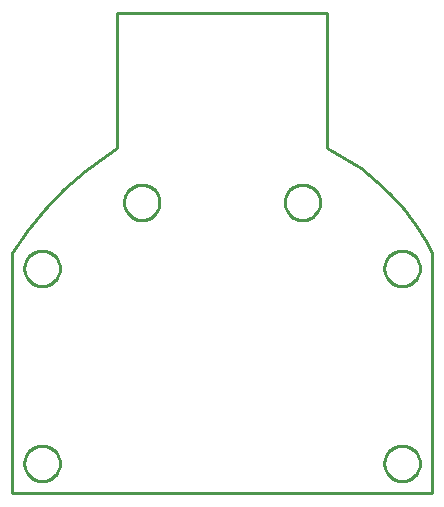
<source format=gbr>
G04 EAGLE Gerber RS-274X export*
G75*
%MOMM*%
%FSLAX34Y34*%
%LPD*%
%IN*%
%IPPOS*%
%AMOC8*
5,1,8,0,0,1.08239X$1,22.5*%
G01*
%ADD10C,0.254000*%


D10*
X0Y0D02*
X355600Y0D01*
X355600Y203200D01*
X350111Y213745D01*
X341365Y227855D01*
X331424Y241149D01*
X320361Y253527D01*
X308262Y264892D01*
X295218Y275161D01*
X281329Y284253D01*
X266700Y292100D01*
X266700Y406400D01*
X88900Y406400D01*
X88900Y292100D01*
X80458Y286722D01*
X61566Y272961D01*
X43946Y257606D01*
X27732Y240774D01*
X13046Y222592D01*
X0Y203200D01*
X0Y0D01*
X345200Y189964D02*
X345124Y188896D01*
X344971Y187835D01*
X344743Y186788D01*
X344441Y185760D01*
X344067Y184756D01*
X343622Y183781D01*
X343108Y182841D01*
X342529Y181940D01*
X341887Y181082D01*
X341185Y180272D01*
X340428Y179515D01*
X339618Y178813D01*
X338760Y178171D01*
X337859Y177592D01*
X336919Y177078D01*
X335944Y176633D01*
X334940Y176259D01*
X333912Y175957D01*
X332865Y175729D01*
X331804Y175576D01*
X330736Y175500D01*
X329664Y175500D01*
X328596Y175576D01*
X327535Y175729D01*
X326488Y175957D01*
X325460Y176259D01*
X324456Y176633D01*
X323481Y177078D01*
X322541Y177592D01*
X321640Y178171D01*
X320782Y178813D01*
X319972Y179515D01*
X319215Y180272D01*
X318513Y181082D01*
X317871Y181940D01*
X317292Y182841D01*
X316778Y183781D01*
X316333Y184756D01*
X315959Y185760D01*
X315657Y186788D01*
X315429Y187835D01*
X315276Y188896D01*
X315200Y189964D01*
X315200Y191036D01*
X315276Y192104D01*
X315429Y193165D01*
X315657Y194212D01*
X315959Y195240D01*
X316333Y196244D01*
X316778Y197219D01*
X317292Y198159D01*
X317871Y199060D01*
X318513Y199918D01*
X319215Y200728D01*
X319972Y201485D01*
X320782Y202187D01*
X321640Y202829D01*
X322541Y203408D01*
X323481Y203922D01*
X324456Y204367D01*
X325460Y204741D01*
X326488Y205043D01*
X327535Y205271D01*
X328596Y205424D01*
X329664Y205500D01*
X330736Y205500D01*
X331804Y205424D01*
X332865Y205271D01*
X333912Y205043D01*
X334940Y204741D01*
X335944Y204367D01*
X336919Y203922D01*
X337859Y203408D01*
X338760Y202829D01*
X339618Y202187D01*
X340428Y201485D01*
X341185Y200728D01*
X341887Y199918D01*
X342529Y199060D01*
X343108Y198159D01*
X343622Y197219D01*
X344067Y196244D01*
X344441Y195240D01*
X344743Y194212D01*
X344971Y193165D01*
X345124Y192104D01*
X345200Y191036D01*
X345200Y189964D01*
X345200Y24864D02*
X345124Y23796D01*
X344971Y22735D01*
X344743Y21688D01*
X344441Y20660D01*
X344067Y19656D01*
X343622Y18681D01*
X343108Y17741D01*
X342529Y16840D01*
X341887Y15982D01*
X341185Y15172D01*
X340428Y14415D01*
X339618Y13713D01*
X338760Y13071D01*
X337859Y12492D01*
X336919Y11978D01*
X335944Y11533D01*
X334940Y11159D01*
X333912Y10857D01*
X332865Y10629D01*
X331804Y10476D01*
X330736Y10400D01*
X329664Y10400D01*
X328596Y10476D01*
X327535Y10629D01*
X326488Y10857D01*
X325460Y11159D01*
X324456Y11533D01*
X323481Y11978D01*
X322541Y12492D01*
X321640Y13071D01*
X320782Y13713D01*
X319972Y14415D01*
X319215Y15172D01*
X318513Y15982D01*
X317871Y16840D01*
X317292Y17741D01*
X316778Y18681D01*
X316333Y19656D01*
X315959Y20660D01*
X315657Y21688D01*
X315429Y22735D01*
X315276Y23796D01*
X315200Y24864D01*
X315200Y25936D01*
X315276Y27004D01*
X315429Y28065D01*
X315657Y29112D01*
X315959Y30140D01*
X316333Y31144D01*
X316778Y32119D01*
X317292Y33059D01*
X317871Y33960D01*
X318513Y34818D01*
X319215Y35628D01*
X319972Y36385D01*
X320782Y37087D01*
X321640Y37729D01*
X322541Y38308D01*
X323481Y38822D01*
X324456Y39267D01*
X325460Y39641D01*
X326488Y39943D01*
X327535Y40171D01*
X328596Y40324D01*
X329664Y40400D01*
X330736Y40400D01*
X331804Y40324D01*
X332865Y40171D01*
X333912Y39943D01*
X334940Y39641D01*
X335944Y39267D01*
X336919Y38822D01*
X337859Y38308D01*
X338760Y37729D01*
X339618Y37087D01*
X340428Y36385D01*
X341185Y35628D01*
X341887Y34818D01*
X342529Y33960D01*
X343108Y33059D01*
X343622Y32119D01*
X344067Y31144D01*
X344441Y30140D01*
X344743Y29112D01*
X344971Y28065D01*
X345124Y27004D01*
X345200Y25936D01*
X345200Y24864D01*
X40400Y24864D02*
X40324Y23796D01*
X40171Y22735D01*
X39943Y21688D01*
X39641Y20660D01*
X39267Y19656D01*
X38822Y18681D01*
X38308Y17741D01*
X37729Y16840D01*
X37087Y15982D01*
X36385Y15172D01*
X35628Y14415D01*
X34818Y13713D01*
X33960Y13071D01*
X33059Y12492D01*
X32119Y11978D01*
X31144Y11533D01*
X30140Y11159D01*
X29112Y10857D01*
X28065Y10629D01*
X27004Y10476D01*
X25936Y10400D01*
X24864Y10400D01*
X23796Y10476D01*
X22735Y10629D01*
X21688Y10857D01*
X20660Y11159D01*
X19656Y11533D01*
X18681Y11978D01*
X17741Y12492D01*
X16840Y13071D01*
X15982Y13713D01*
X15172Y14415D01*
X14415Y15172D01*
X13713Y15982D01*
X13071Y16840D01*
X12492Y17741D01*
X11978Y18681D01*
X11533Y19656D01*
X11159Y20660D01*
X10857Y21688D01*
X10629Y22735D01*
X10476Y23796D01*
X10400Y24864D01*
X10400Y25936D01*
X10476Y27004D01*
X10629Y28065D01*
X10857Y29112D01*
X11159Y30140D01*
X11533Y31144D01*
X11978Y32119D01*
X12492Y33059D01*
X13071Y33960D01*
X13713Y34818D01*
X14415Y35628D01*
X15172Y36385D01*
X15982Y37087D01*
X16840Y37729D01*
X17741Y38308D01*
X18681Y38822D01*
X19656Y39267D01*
X20660Y39641D01*
X21688Y39943D01*
X22735Y40171D01*
X23796Y40324D01*
X24864Y40400D01*
X25936Y40400D01*
X27004Y40324D01*
X28065Y40171D01*
X29112Y39943D01*
X30140Y39641D01*
X31144Y39267D01*
X32119Y38822D01*
X33059Y38308D01*
X33960Y37729D01*
X34818Y37087D01*
X35628Y36385D01*
X36385Y35628D01*
X37087Y34818D01*
X37729Y33960D01*
X38308Y33059D01*
X38822Y32119D01*
X39267Y31144D01*
X39641Y30140D01*
X39943Y29112D01*
X40171Y28065D01*
X40324Y27004D01*
X40400Y25936D01*
X40400Y24864D01*
X40400Y189964D02*
X40324Y188896D01*
X40171Y187835D01*
X39943Y186788D01*
X39641Y185760D01*
X39267Y184756D01*
X38822Y183781D01*
X38308Y182841D01*
X37729Y181940D01*
X37087Y181082D01*
X36385Y180272D01*
X35628Y179515D01*
X34818Y178813D01*
X33960Y178171D01*
X33059Y177592D01*
X32119Y177078D01*
X31144Y176633D01*
X30140Y176259D01*
X29112Y175957D01*
X28065Y175729D01*
X27004Y175576D01*
X25936Y175500D01*
X24864Y175500D01*
X23796Y175576D01*
X22735Y175729D01*
X21688Y175957D01*
X20660Y176259D01*
X19656Y176633D01*
X18681Y177078D01*
X17741Y177592D01*
X16840Y178171D01*
X15982Y178813D01*
X15172Y179515D01*
X14415Y180272D01*
X13713Y181082D01*
X13071Y181940D01*
X12492Y182841D01*
X11978Y183781D01*
X11533Y184756D01*
X11159Y185760D01*
X10857Y186788D01*
X10629Y187835D01*
X10476Y188896D01*
X10400Y189964D01*
X10400Y191036D01*
X10476Y192104D01*
X10629Y193165D01*
X10857Y194212D01*
X11159Y195240D01*
X11533Y196244D01*
X11978Y197219D01*
X12492Y198159D01*
X13071Y199060D01*
X13713Y199918D01*
X14415Y200728D01*
X15172Y201485D01*
X15982Y202187D01*
X16840Y202829D01*
X17741Y203408D01*
X18681Y203922D01*
X19656Y204367D01*
X20660Y204741D01*
X21688Y205043D01*
X22735Y205271D01*
X23796Y205424D01*
X24864Y205500D01*
X25936Y205500D01*
X27004Y205424D01*
X28065Y205271D01*
X29112Y205043D01*
X30140Y204741D01*
X31144Y204367D01*
X32119Y203922D01*
X33059Y203408D01*
X33960Y202829D01*
X34818Y202187D01*
X35628Y201485D01*
X36385Y200728D01*
X37087Y199918D01*
X37729Y199060D01*
X38308Y198159D01*
X38822Y197219D01*
X39267Y196244D01*
X39641Y195240D01*
X39943Y194212D01*
X40171Y193165D01*
X40324Y192104D01*
X40400Y191036D01*
X40400Y189964D01*
X260800Y245884D02*
X260724Y244816D01*
X260571Y243755D01*
X260343Y242708D01*
X260041Y241680D01*
X259667Y240676D01*
X259222Y239701D01*
X258708Y238761D01*
X258129Y237860D01*
X257487Y237002D01*
X256785Y236192D01*
X256028Y235435D01*
X255218Y234733D01*
X254360Y234091D01*
X253459Y233512D01*
X252519Y232998D01*
X251544Y232553D01*
X250540Y232179D01*
X249512Y231877D01*
X248465Y231649D01*
X247404Y231496D01*
X246336Y231420D01*
X245264Y231420D01*
X244196Y231496D01*
X243135Y231649D01*
X242088Y231877D01*
X241060Y232179D01*
X240056Y232553D01*
X239081Y232998D01*
X238141Y233512D01*
X237240Y234091D01*
X236382Y234733D01*
X235572Y235435D01*
X234815Y236192D01*
X234113Y237002D01*
X233471Y237860D01*
X232892Y238761D01*
X232378Y239701D01*
X231933Y240676D01*
X231559Y241680D01*
X231257Y242708D01*
X231029Y243755D01*
X230876Y244816D01*
X230800Y245884D01*
X230800Y246956D01*
X230876Y248024D01*
X231029Y249085D01*
X231257Y250132D01*
X231559Y251160D01*
X231933Y252164D01*
X232378Y253139D01*
X232892Y254079D01*
X233471Y254980D01*
X234113Y255838D01*
X234815Y256648D01*
X235572Y257405D01*
X236382Y258107D01*
X237240Y258749D01*
X238141Y259328D01*
X239081Y259842D01*
X240056Y260287D01*
X241060Y260661D01*
X242088Y260963D01*
X243135Y261191D01*
X244196Y261344D01*
X245264Y261420D01*
X246336Y261420D01*
X247404Y261344D01*
X248465Y261191D01*
X249512Y260963D01*
X250540Y260661D01*
X251544Y260287D01*
X252519Y259842D01*
X253459Y259328D01*
X254360Y258749D01*
X255218Y258107D01*
X256028Y257405D01*
X256785Y256648D01*
X257487Y255838D01*
X258129Y254980D01*
X258708Y254079D01*
X259222Y253139D01*
X259667Y252164D01*
X260041Y251160D01*
X260343Y250132D01*
X260571Y249085D01*
X260724Y248024D01*
X260800Y246956D01*
X260800Y245884D01*
X124800Y245884D02*
X124724Y244816D01*
X124571Y243755D01*
X124343Y242708D01*
X124041Y241680D01*
X123667Y240676D01*
X123222Y239701D01*
X122708Y238761D01*
X122129Y237860D01*
X121487Y237002D01*
X120785Y236192D01*
X120028Y235435D01*
X119218Y234733D01*
X118360Y234091D01*
X117459Y233512D01*
X116519Y232998D01*
X115544Y232553D01*
X114540Y232179D01*
X113512Y231877D01*
X112465Y231649D01*
X111404Y231496D01*
X110336Y231420D01*
X109264Y231420D01*
X108196Y231496D01*
X107135Y231649D01*
X106088Y231877D01*
X105060Y232179D01*
X104056Y232553D01*
X103081Y232998D01*
X102141Y233512D01*
X101240Y234091D01*
X100382Y234733D01*
X99572Y235435D01*
X98815Y236192D01*
X98113Y237002D01*
X97471Y237860D01*
X96892Y238761D01*
X96378Y239701D01*
X95933Y240676D01*
X95559Y241680D01*
X95257Y242708D01*
X95029Y243755D01*
X94876Y244816D01*
X94800Y245884D01*
X94800Y246956D01*
X94876Y248024D01*
X95029Y249085D01*
X95257Y250132D01*
X95559Y251160D01*
X95933Y252164D01*
X96378Y253139D01*
X96892Y254079D01*
X97471Y254980D01*
X98113Y255838D01*
X98815Y256648D01*
X99572Y257405D01*
X100382Y258107D01*
X101240Y258749D01*
X102141Y259328D01*
X103081Y259842D01*
X104056Y260287D01*
X105060Y260661D01*
X106088Y260963D01*
X107135Y261191D01*
X108196Y261344D01*
X109264Y261420D01*
X110336Y261420D01*
X111404Y261344D01*
X112465Y261191D01*
X113512Y260963D01*
X114540Y260661D01*
X115544Y260287D01*
X116519Y259842D01*
X117459Y259328D01*
X118360Y258749D01*
X119218Y258107D01*
X120028Y257405D01*
X120785Y256648D01*
X121487Y255838D01*
X122129Y254980D01*
X122708Y254079D01*
X123222Y253139D01*
X123667Y252164D01*
X124041Y251160D01*
X124343Y250132D01*
X124571Y249085D01*
X124724Y248024D01*
X124800Y246956D01*
X124800Y245884D01*
M02*

</source>
